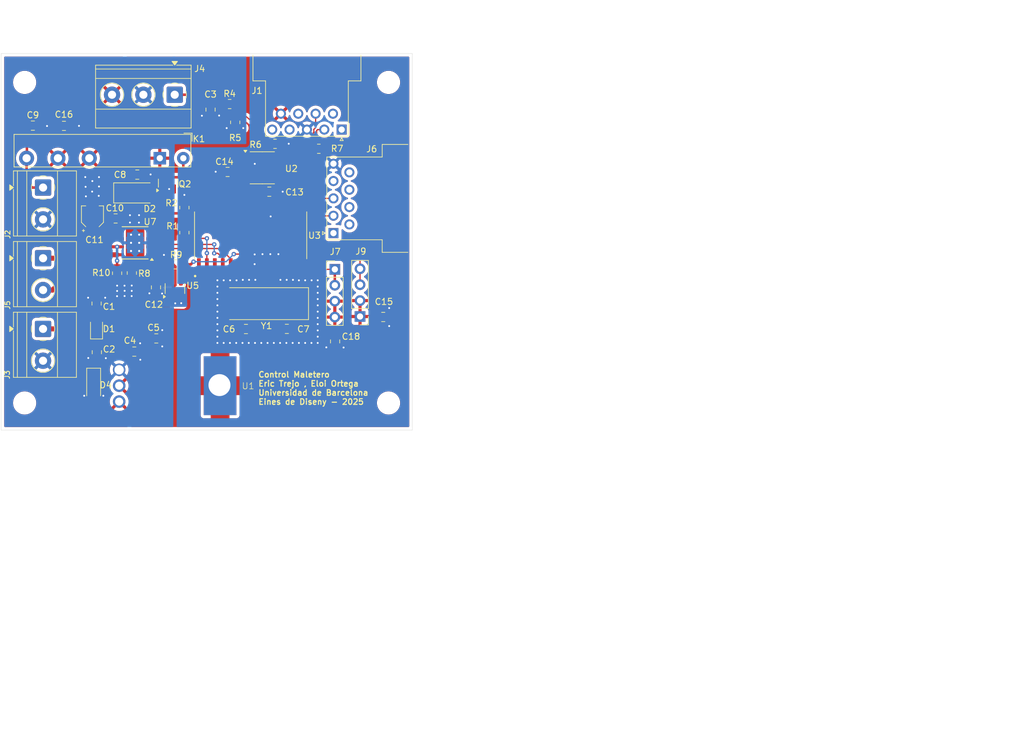
<source format=kicad_pcb>
(kicad_pcb (version 20241229) (generator "pcbnew") (generator_version "9.0")
  (layers (0 "F.Cu" signal) (2 "B.Cu" signal) (13 "F.Paste" user) (15 "B.Paste" user) (5 "F.SilkS" user "F.Silkscreen") (7 "B.SilkS" user "B.Silkscreen") (1 "F.Mask" user) (3 "B.Mask" user) (25 "Edge.Cuts" user))
  (net 0 "")
  (net 1 "GND")
  (net 2 "VBAT")
  (net 3 "Sensor_Pie_12V")
  (net 4 "Osc_1")
  (net 5 "VBATERIA")
  (net 6 "Net-(D2-A)")
  (net 8 "CAN+")
  (net 12 "CAN-")
  (net 14 "VRth")
  (net 16 "RX_USART")
  (net 22 "TX_USART")
  (net 23 "SENAL_RELE")
  (net 24 "Manual_Close")
  (net 25 "Net-(Q2-B)")
  (net 26 "INPUT_RELE")
  (net 27 "Net-(U2-Rs)")
  (net 28 "SENSE")
  (net 30 "CAN_RX")
  (net 31 "CAN_TX")
  (net 32 "Sensor_Pie")
  (net 33 "PH_B")
  (net 34 "PH_A")
  (net 42 "Osc_2")
  (net 43 "GNDPWR")
  (net 44 "VCC")
  (net 45 "Motor-")
  (net 46 "Motor+")
  (net 47 "Vopam")
  (footprint "Capacitor_SMD:C_0805_2012Metric" (layer "F.Cu") (at 118.22 94.67 180)
    (property "Reference" "C16")
    (property "Value" "100n")
  )
  (footprint "Diode_SMD:D_MiniMELF" (layer "F.Cu") (at 122.96 136.01 -90)
    (property "Reference" "D4")
    (property "Value" "BZV55C12")
  )
  (footprint "Resistor_SMD:R_0805_2012Metric" (layer "F.Cu") (at 145.542 94.107 -90)
    (property "Reference" "R5")
    (property "Value" "33k")
  )
  (footprint "Relay_THT:Relay_SPDT_Finder_34.51_Vertical" (layer "F.Cu") (at 133.51 99.83 180)
    (property "Reference" "K1")
    (property "Value" "FINDER-34.51")
  )
  (footprint "Library:LT1117" (layer "F.Cu") (at 151.6254 136.144 -90)
    (property "Reference" "U1")
    (property "Value" "LM1084-5.0")
  )
  (footprint "MountingHole:MountingHole_3.2mm_M3" (layer "F.Cu") (at 170 87.73 90)
    (property "Reference" "REF**" (hide yes))
    (property "Value" "MountingHole_3.2mm_M3")
  )
  (footprint "Capacitor_SMD:C_0805_2012Metric" (layer "F.Cu") (at 129.915 102.45)
    (property "Reference" "C8")
    (property "Value" "100n")
  )
  (footprint "Capacitor_SMD:C_0805_2012Metric" (layer "F.Cu") (at 113.26 94.63)
    (property "Reference" "C9")
    (property "Value" "100n")
  )
  (footprint "Capacitor_SMD:C_0805_2012Metric" (layer "F.Cu") (at 141.605 92.075 -90)
    (property "Reference" "C3")
    (property "Value" "100n")
  )
  (footprint "Diode_SMD:D_MELF" (layer "F.Cu") (at 129.565 105.375)
    (property "Reference" "D2")
    (property "Value" "SM4001")
  )
  (footprint "Resistor_SMD:R_0805_2012Metric" (layer "F.Cu") (at 151.892 97.536 180)
    (property "Reference" "R6")
    (property "Value" "10k")
  )
  (footprint "Diode_SMD:D_0805_2012Metric" (layer "F.Cu") (at 123.415 127 90)
    (property "Reference" "D1")
    (property "Value" "RF601BGE2D")
  )
  (footprint "Capacitor_SMD:C_0805_2012Metric" (layer "F.Cu") (at 153.775 127.075 180)
    (property "Reference" "C7")
    (property "Value" "15pF")
  )
  (footprint "Capacitor_SMD:C_0805_2012Metric" (layer "F.Cu") (at 169.15 125.175 180)
    (property "Reference" "C15")
    (property "Value" "100n")
  )
  (footprint "MountingHole:MountingHole_3.2mm_M3" (layer "F.Cu") (at 170 138.9 90)
    (property "Reference" "REF**" (hide yes))
    (property "Value" "MountingHole_3.2mm_M3")
  )
  (footprint "Capacitor_SMD:C_0805_2012Metric" (layer "F.Cu") (at 123.465 130.8 -90)
    (property "Reference" "C2")
    (property "Value" "1u")
  )
  (footprint "Capacitor_SMD:C_0805_2012Metric" (layer "F.Cu") (at 132.9 120.45 -90)
    (property "Reference" "C12")
    (property "Value" "100n")
  )
  (footprint "Resistor_SMD:R_0805_2012Metric" (layer "F.Cu") (at 129.05 118.1575 -90)
    (property "Reference" "R8")
    (property "Value" "0.1")
  )
  (footprint "Package_TO_SOT_SMD:SOT-23-5" (layer "F.Cu") (at 135.925 120.6375 90)
    (property "Reference" "U5")
    (property "Value" "LM321")
  )
  (footprint "TerminalBlock_Phoenix:TerminalBlock_Phoenix_MKDS-1,5-2-5.08_1x02_P5.08mm_Horizontal" (layer "F.Cu") (at 114.8842 127.0762 -90)
    (property "Reference" "J3")
    (property "Value" "Conn_01x02")
  )
  (footprint "Crystal:Crystal_SMD_HC49-SD" (layer "F.Cu") (at 150.535 123.045 180)
    (property "Reference" "Y1")
    (property "Value" "4MHz")
  )
  (footprint "Resistor_SMD:R_0805_2012Metric" (layer "F.Cu") (at 137.43 111.7125 90)
    (property "Reference" "R1")
    (property "Value" "10k")
  )
  (footprint "Resistor_SMD:R_0805_2012Metric" (layer "F.Cu") (at 144.653 91.186)
    (property "Reference" "R4")
    (property "Value" "47k")
  )
  (footprint "MountingHole:MountingHole_3.2mm_M3" (layer "F.Cu") (at 111.95 138.9)
    (property "Reference" "REF**")
    (property "Value" "MountingHole_3.2mm_M3")
  )
  (footprint "Connector_PinHeader_2.54mm:PinHeader_1x04_P2.54mm_Vertical" (layer "F.Cu") (at 161.43 117.57)
    (property "Reference" "J7")
    (property "Value" "Conn_01x04")
  )
  (footprint "Resistor_SMD:R_0805_2012Metric" (layer "F.Cu") (at 136 116.775)
    (property "Reference" "R9")
    (property "Value" "49k")
  )
  (footprint "Connector_Dsub:DSUB-9_Pins_Horizontal_P2.77x2.54mm_EdgePinOffset9.40mm" (layer "F.Cu") (at 162.52 95.265331 180)
    (property "Reference" "J1")
    (property "Value" "DE9_Pins")
  )
  (footprint "TerminalBlock_Phoenix:TerminalBlock_Phoenix_MKDS-1,5-3_1x03_P5.00mm_Horizontal" (layer "F.Cu") (at 135.89 89.7 180)
    (property "Reference" "J4")
    (property "Value" "Conn_01x03")
  )
  (footprint "Capacitor_SMD:C_0805_2012Metric" (layer "F.Cu") (at 132.95 128.6)
    (property "Reference" "C5")
    (property "Value" "1u")
  )
  (footprint "TerminalBlock_Phoenix:TerminalBlock_Phoenix_MKDS-1,5-2-5.08_1x02_P5.08mm_Horizontal" (layer "F.Cu") (at 114.8895 104.516 -90)
    (property "Reference" "J2")
    (property "Value" "Conn_01x02")
  )
  (footprint "Capacitor_SMD:C_0805_2012Metric" (layer "F.Cu") (at 123.425 123.025 90)
    (property "Reference" "C1")
    (property "Value" "100n")
  )
  (footprint "Package_SO:Texas_HTSOP-8-1EP_3.9x4.9mm_P1.27mm_EP2.95x4.9mm_Mask2.4x3.1mm_ThermalVias" (layer "F.Cu") (at 129.57 113.34 180)
    (property "Reference" "U7")
    (property "Value" "DRV8870DDA")
  )
  (footprint "Capacitor_SMD:C_0805_2012Metric" (layer "F.Cu") (at 126.465 109.45 180)
    (property "Reference" "C10")
    (property "Value" "100n")
  )
  (footprint "Capacitor_SMD:CP_Elec_3x5.3" (layer "F.Cu") (at 122.765 109.2 90)
    (property "Reference" "C11")
    (property "Value" "C_Polarized_US")
  )
  (footprint "TerminalBlock_Phoenix:TerminalBlock_Phoenix_MKDS-1,5-2-5.08_1x02_P5.08mm_Horizontal" (layer "F.Cu") (at 114.8895 115.7936 -90)
    (property "Reference" "J5")
    (property "Value" "Conn_01x02")
  )
  (footprint "Capacitor_SMD:C_0805_2012Metric" (layer "F.Cu") (at 147.255 127.095)
    (property "Reference" "C6")
    (property "Value" "15pF")
  )
  (footprint "Resistor_SMD:R_0805_2012Metric" (layer "F.Cu") (at 126.7 118.1875 90)
    (property "Reference" "R10")
    (property "Value" "1k")
  )
  (footprint "MountingHole:MountingHole_3.2mm_M3" (layer "F.Cu") (at 111.95 87.73 90)
    (property "Reference" "REF**" (hide yes))
    (property "Value" "MountingHole_3.2mm_M3")
  )
  (footprint "Connector_Dsub:DSUB-9_Pins_Horizontal_P2.77x2.54mm_EdgePinOffset9.40mm" (layer "F.Cu") (at 161.21 111.785 90)
    (property "Reference" "J6")
    (property "Value" "DE9_Pins")
  )
  (footprint "Resistor_SMD:R_0805_2012Metric" (layer "F.Cu") (at 137.43 107.7175 90)
    (property "Reference" "R2")
    (property "Value" "10k")
  )
  (footprint "Package_SO:SOIC-8_3.9x4.9mm_P1.27mm" (layer "F.Cu") (at 149.86 101.3602)
    (property "Reference" "U2")
    (property "Value" "MCP2551-I-SN")
  )
  (footprint "Capacitor_SMD:C_0805_2012Metric" (layer "F.Cu") (at 150.975 105.175 180)
    (property "Reference" "C13")
    (property "Value" "100n")
  )
  (footprint "Resistor_SMD:R_0805_2012Metric" (layer "F.Cu") (at 158.875 98.325 180)
    (property "Reference" "R7")
    (property "Value" "60")
  )
  (footprint "Capacitor_SMD:C_0805_2012Metric" (layer "F.Cu") (at 161.475 129.075 90)
    (property "Reference" "C18")
    (property "Value" "100n")
  )
  (footprint "Capacitor_SMD:C_0805_2012Metric" (layer "F.Cu") (at 144.325 102.025)
    (property "Reference" "C14")
    (property "Value" "100n")
  )
  (footprint "Package_TO_SOT_SMD:SOT-23" (layer "F.Cu") (at 134.84 103.8075 90)
    (property "Reference" "Q2")
    (property "Value" "MMBT5550L")
  )
  (footprint "PIC18F258-I_SO (1):SOIC127P1030X265-28N" (layer "F.Cu") (at 148 112.14 90)
    (property "Reference" "U3")
    (property "Value" "PIC18F258-I_SO")
  )
  (footprint "Connector_PinHeader_2.54mm:PinHeader_1x04_P2.54mm_Vertical" (layer "F.Cu") (at 165.45 125.1 180)
    (property "Reference" "J9")
    (property "Value" "Conn_01x04")
  )
  (footprint "Capacitor_SMD:C_0805_2012Metric" (layer "F.Cu") (at 129.44 130.7)
    (property "Reference" "C4")
    (property "Value" "100n")
  )
  (gr_rect (start 108.1934 83.1176) (end 173.802 143.2408) (stroke (width 0.05)) (fill no) (layer "Edge.Cuts"))
  (gr_text "Control Maletero\nEric Trejo , Eloi Ortega\nUniversidad de Barcelona\nEines de Diseny - 2025" (at 149.1488 139.2428 0) (layer "F.SilkS") (effects (font (size 0.9 0.9) (thickness 0.18) (bold yes)) (justify left bottom)))
  (segment (start 137.44 106.795) (end 137.43 106.805) (width 0.4) (layer "F.Cu") (net 1))
  (segment (start 137.43 105.69) (end 137.43 106.805) (width 0.4) (layer "F.Cu") (net 1))
  (segment (start 154.075 97.525) (end 152.8155 97.525) (width 0.4) (layer "F.Cu") (net 1))
  (segment (start 143.34 101.99) (end 143.375 102.025) (width 0.4) (layer "F.Cu") (net 1))
  (segment (start 147.3898 100.73) (end 147.385 100.7252) (width 0.4) (layer "F.Cu") (net 1))
  (segment (start 151.19 107.55) (end 151.175 107.535) (width 0.4) (layer "F.Cu") (net 1))
  (segment (start 148.64 116.74) (end 148.635 116.745) (width 0.4) (layer "F.Cu") (net 1))
  (segment (start 160.075 130.025) (end 161.475 130.025) (width 0.4) (layer "F.Cu") (net 1))
  (segment (start 147.3598 100.7) (end 147.385 100.7252) (width 0.4) (layer "F.Cu") (net 1))
  (segment (start 170.1 123.75) (end 170.1 125.175) (width 0.4) (layer "F.Cu") (net 1))
  (segment (start 143.325 101.975) (end 143.375 102.025) (width 0.4) (layer "F.Cu") (net 1))
  (segment (start 152.31 127.075) (end 152.26 127.025) (width 0.4) (layer "F.Cu") (net 1))
  (segment (start 148.66 100.73) (end 147.3898 100.73) (width 0.4) (layer "F.Cu") (net 1))
  (segment (start 162.825 130.05) (end 161.5 130.05) (width 0.4) (layer "F.Cu") (net 1))
  (segment (start 161.5 130.05) (end 161.475 130.025) (width 0.4) (layer "F.Cu") (net 1))
  (segment (start 153.1086 105.175) (end 151.925 105.175) (width 0.2) (layer "F.Cu") (net 1))
  (segment (start 151.19 109.125) (end 151.19 107.55) (width 0.4) (layer "F.Cu") (net 1))
  (segment (start 170.1 126.625) (end 170.1 125.175) (width 0.4) (layer "F.Cu") (net 1))
  (segment (start 147.35 100.6902) (end 147.385 100.7252) (width 0.2) (layer "F.Cu") (net 1))
  (segment (start 142.42 101.99) (end 143.34 101.99) (width 0.4) (layer "F.Cu") (net 1))
  (segment (start 152.8045 98.1475) (end 152.8045 97.536) (width 0.2) (layer "F.Cu") (net 1))
  (segment (start 152.8155 97.525) (end 152.8045 97.536) (width 0.4) (layer "F.Cu") (net 1))
  (segment (start 152.825 127.075) (end 152.31 127.075) (width 0.4) (layer "F.Cu") (net 1))
  (via (at 153.7 129.32) (size 0.7) (drill 0.3) (layers "F.Cu" "B.Cu") (net 1))
  (via (at 170.1 126.625) (size 0.7) (drill 0.3) (layers "F.Cu" "B.Cu") (net 1))
  (via (at 142.7 129.32) (size 0.7) (drill 0.3) (layers "F.Cu" "B.Cu") (net 1))
  (via (at 158.7 128.32) (size 0.7) (drill 0.3) (layers "F.Cu" "B.Cu") (net 1))
  (via (at 145.75 119.325) (size 0.7) (drill 0.3) (layers "F.Cu" "B.Cu") (net 1))
  (via (at 143.7 129.32) (size 0.7) (drill 0.3) (layers "F.Cu" "B.Cu") (net 1))
  (via (at 144.725 119.325) (size 0.7) (drill 0.3) (layers "F.Cu" "B.Cu") (net 1))
  (via (at 142.7 122.32) (size 0.7) (drill 0.3) (layers "F.Cu" "B.Cu") (net 1))
  (via (at 158.7 120.32) (size 0.7) (drill 0.3) (layers "F.Cu" "B.Cu") (net 1))
  (via (at 158.7 129.32) (size 0.7) (drill 0.3) (layers "F.Cu" "B.Cu") (net 1))
  (via (at 162.825 130.05) (size 0.7) (drill 0.3) (layers "F.Cu" "B.Cu") (net 1))
  (via (at 152.75 119.25) (size 0.7) (drill 0.3) (layers "F.Cu" "B.Cu") (net 1))
  (via (at 148.64 115.19) (size 0.7) (drill 0.3) (layers "F.Cu" "B.Cu") (net 1))
  (via (at 155.7 119.325) (size 0.7) (drill 0.3) (layers "F.Cu" "B.Cu") (net 1))
  (via (at 142.7 125.32) (size 0.7) (drill 0.3) (layers "F.Cu" "B.Cu") (net 1))
  (via (at 145.7 129.32) (size 0.7) (drill 0.3) (layers "F.Cu" "B.Cu") (net 1))
  (via (at 149.7 129.32) (size 0.7) (drill 0.3) (layers "F.Cu" "B.Cu") (net 1))
  (via (at 142.7 120.32) (size 0.7) (drill 0.3) (layers "F.Cu" "B.Cu") (net 1))
  (via (at 154.75 119.25) (size 0.7) (drill 0.3) (layers "F.Cu" "B.Cu") (net 1))
  (via (at 155.7 129.32) (size 0.7) (drill 0.3) (layers "F.Cu" "B.Cu") (net 1))
  (via (at 142.7 126.32) (size 0.7) (drill 0.3) (layers "F.Cu" "B.Cu") (net 1))
  (via (at 154.7 129.32) (size 0.7) (drill 0.3) (layers "F.Cu" "B.Cu") (net 1))
  (via (at 158.7 127.32) (size 0.7) (drill 0.3) (layers "F.Cu" "B.Cu") (net 1))
  (via (at 170.1 123.75) (size 0.7) (drill 0.3) (layers "F.Cu" "B.Cu") (net 1))
  (via (at 151.7 129.32) (size 0.7) (drill 0.3) (layers "F.Cu" "B.Cu") (net 1))
  (via (at 149.89 115.15) (size 0.7) (drill 0.3) (layers "F.Cu" "B.Cu") (net 1))
  (via (at 146.75 119.25) (size 0.7) (drill 0.3) (layers "F.Cu" "B.Cu") (net 1))
  (via (at 142.7 128.32) (size 0.7) (drill 0.3) (layers "F.Cu" "B.Cu") (net 1))
  (via (at 157.725 119.325) (size 0.7) (drill 0.3) (layers "F.Cu" "B.Cu") (net 1))
  (via (at 146.7 129.32) (size 0.7) (drill 0.3) (layers "F.Cu" "B.Cu") (net 1))
  (via (at 158.7 121.32) (size 0.7) (drill 0.3) (layers "F.Cu" "B.Cu") (net 1))
  (via (at 148.75 119.25) (size 0.7) (drill 0.3) (layers "F.Cu" "B.Cu") (net 1))
  (via (at 147.7 129.32) (size 0.7) (drill 0.3) (layers "F.Cu" "B.Cu") (net 1))
  (via (at 158.7 119.32) (size 0.7) (drill 0.3) (layers "F.Cu" "B.Cu") (net 1))
  (via (at 158.7 125.32) (size 0.7) (drill 0.3) (layers "F.Cu" "B.Cu") (net 1))
  (via (at 142.7 127.32) (size 0.7) (drill 0.3) (layers "F.Cu" "B.Cu") (net 1))
  (via (at 152.43 115.15) (size 0.7) (drill 0.3) (layers "F.Cu" "B.Cu") (net 1))
  (via (at 153.1086 105.175) (size 0.7) (drill 0.3) (layers "F.Cu" "B.Cu") (net 1))
  (via (at 156.7 129.32) (size 0.7) (drill 0.3) (layers "F.Cu" "B.Cu") (net 1))
  (via (at 148.635 116.745) (size 0.7) (drill 0.3) (layers "F.Cu" "B.Cu") (net 1))
  (via (at 142.7 124.32) (size 0.7) (drill 0.3) (layers "F.Cu" "B.Cu") (net 1))
  (via (at 157.7 129.32) (size 0.7) (drill 0.3) (layers "F.Cu" "B.Cu") (net 1))
  (via (at 154.075 97.525) (size 0.7) (drill 0.3) (layers "F.Cu" "B.Cu") (net 1))
  (via (at 152.7 129.32) (size 0.7) (drill 0.3) (layers "F.Cu" "B.Cu") (net 1))
  (via (at 158.7 124.32) (size 0.7) (drill 0.3) (layers "F.Cu" "B.Cu") (net 1))
  (via (at 150.7 129.32) (size 0.7) (drill 0.3) (layers "F.Cu" "B.Cu") (net 1))
  (via (at 144.7 129.32) (size 0.7) (drill 0.3) (layers "F.Cu" "B.Cu") (net 1))
  (via (at 142.7 121.32) (size 0.7) (drill 0.3) (layers "F.Cu" "B.Cu") (net 1))
  (via (at 148.7 129.32) (size 0.7) (drill 0.3) (layers "F.Cu" "B.Cu") (net 1))
  (via (at 137.43 105.69) (size 0.7) (drill 0.3) (layers "F.Cu" "B.Cu") (net 1))
  (via (at 158.7 126.32) (size 0.7) (drill 0.3) (layers "F.Cu" "B.Cu") (net 1))
  (via (at 142.7 119.32) (size 0.7) (drill 0.3) (layers "F.Cu" "B.Cu") (net 1))
  (via (at 156.7 119.325) (size 0.7) (drill 0.3) (layers "F.Cu" "B.Cu") (net 1))
  (via (at 143.7 119.325) (size 0.7) (drill 0.3) (layers "F.Cu" "B.Cu") (net 1))
  (via (at 148.66 100.73) (size 0.7) (drill 0.3) (layers "F.Cu" "B.Cu") (net 1))
  (via (at 142.7 123.32) (size 0.7) (drill 0.3) (layers "F.Cu" "B.Cu") (net 1))
  (via (at 160.075 130.025) (size 0.7) (drill 0.3) (layers "F.Cu" "B.Cu") (net 1))
  (via (at 142.42 101.99) (size 0.7) (drill 0.3) (layers "F.Cu" "B.Cu") (net 1))
  (via (at 158.7 122.32) (size 0.7) (drill 0.3) (layers "F.Cu" "B.Cu") (net 1))
  (via (at 153.75 119.25) (size 0.7) (drill 0.3) (layers "F.Cu" "B.Cu") (net 1))
  (via (at 151.14 115.15) (size 0.7) (drill 0.3) (layers "F.Cu" "B.Cu") (net 1))
  (via (at 151.19 109.125) (size 0.7) (drill 0.3) (layers "F.Cu" "B.Cu") (net 1))
  (via (at 158.7 123.32) (size 0.7) (drill 0.3) (layers "F.Cu" "B.Cu") (net 1))
  (via (at 147.75 119.25) (size 0.7) (drill 0.3) (layers "F.Cu" "B.Cu") (net 1))
  (segment (start 123.465 127.9875) (end 123.415 127.9375) (width 0.4) (layer "F.Cu") (net 2))
  (segment (start 126.67 111.46) (end 126.695 111.435) (width 0.4) (layer "F.Cu") (net 2))
  (segment (start 122.95 134.25) (end 122.96 134.26) (width 0.4) (layer "F.Cu") (net 2))
  (segment (start 123.49 129.825) (end 123.465 129.85) (width 0.4) (layer "F.Cu") (net 2))
  (segment (start 126.73 138.66) (end 126.72 138.65) (width 0.8) (layer "F.Cu") (net 2))
  (segment (start 122.36 99.93) (end 122.26 99.83) (width 0.4) (layer "F.Cu") (net 2))
  (segment (start 141.62 91.11) (end 141.605 91.125) (width 0.4) (layer "F.Cu") (net 3))
  (segment (start 139.975 91.125) (end 138.55 89.7) (width 0.4) (layer "F.Cu") (net 3))
  (segment (start 141.666 91.186) (end 143.7405 91.186) (width 0.4) (layer "F.Cu") (net 3))
  (segment (start 138.55 89.7) (end 135.89 89.7) (width 0.4) (layer "F.Cu") (net 3))
  (segment (start 141.605 91.125) (end 139.975 91.125) (width 0.4) (layer "F.Cu") (net 3))
  (segment (start 141.62 90.91) (end 141.62 91.11) (width 0.4) (layer "F.Cu") (net 3))
  (segment (start 141.605 91.125) (end 141.666 91.186) (width 0.4) (layer "F.Cu") (net 3))
  (segment (start 146.285 123.045) (end 149.905 119.425) (width 0.2) (layer "F.Cu") (net 4))
  (segment (start 146.305 127.095) (end 146.305 123.065) (width 0.2) (layer "F.Cu") (net 4))
  (segment (start 146.305 123.065) (end 146.285 123.045) (width 0.2) (layer "F.Cu") (net 4))
  (segment (start 149.905 119.425) (end 149.905 116.745) (width 0.2) (layer "F.Cu") (net 4))
  (segment (start 121.4275 126.0625) (end 123.415 126.0625) (width 0.8) (layer "F.Cu") (net 5))
  (segment (start 114.8842 127.0762) (end 120.4138 127.0762) (width 0.8) (layer "F.Cu") (net 5))
  (segment (start 120.4138 127.0762) (end 121.4275 126.0625) (width 0.8) (layer "F.Cu") (net 5))
  (segment (start 134.84 102.87) (end 136.78 102.87) (width 0.4) (layer "F.Cu") (net 6))
  (segment (start 131.965 103.925) (end 133.02 102.87) (width 0.4) (layer "F.Cu") (net 6))
  (segment (start 131.965 105.375) (end 131.965 103.925) (width 0.4) (layer "F.Cu") (net 6))
  (segment (start 133.02 102.87) (end 134.84 102.87) (width 0.4) (layer "F.Cu") (net 6))
  (segment (start 137.26 102.39) (end 137.26 99.83) (width 0.4) (layer "F.Cu") (net 6))
  (segment (start 136.78 102.87) (end 137.26 102.39) (width 0.4) (layer "F.Cu") (net 6))
  (segment (start 159.599 99.326) (end 157.46484 99.326) (width 0.2) (layer "F.Cu") (net 8))
  (segment (start 157.149 98.4911) (end 156.5329 97.875) (width 0.2) (layer "F.Cu") (net 8))
  (segment (start 159.7875 98.325) (end 159.7875 99.1375) (width 0.2) (layer "F.Cu") (net 8))
  (segment (start 157.46484 99.326) (end 157.149 99.01016) (width 0.2) (layer "F.Cu") (net 8))
  (segment (start 159.3375 97.875) (end 159.7875 98.325) (width 0.2) (layer "F.Cu") (net 8))
  (segment (start 157.149 99.01016) (end 157.149 98.4911) (width 0.2) (layer "F.Cu") (net 8))
  (segment (start 156.168536 97.875) (end 153.318336 100.7252) (width 0.2) (layer "F.Cu") (net 8))
  (segment (start 159.785331 95.23) (end 159.75 95.265331) (width 0.2) (layer "F.Cu") (net 8))
  (segment (start 159.75 95.265331) (end 158.683199 95.265331) (width 0.2) (layer "F.Cu") (net 8))
  (segment (start 158.53098 95.907769) (end 158.412501 96.026248) (width 0.2) (layer "F.Cu") (net 8))
  (segment (start 156.5329 97.875) (end 156.168536 97.875) (width 0.2) (layer "F.Cu") (net 8))
  (segment (start 159.7875 99.1375) (end 159.599 99.326) (width 0.2) (layer "F.Cu") (net 8))
  (segment (start 158.53098 95.41755) (end 158.53098 95.907769) (width 0.2) (layer "F.Cu") (net 8))
  (segment (start 158.412501 96.950001) (end 159.7875 98.325) (width 0.2) (layer "F.Cu") (net 8))
  (segment (start 158.412501 96.026248) (end 158.412501 96.950001) (width 0.2) (layer "F.Cu") (net 8))
  (segment (start 159.714669 95.23) (end 159.75 95.265331) (width 0.2) (layer "F.Cu") (net 8))
  (segment (start 158.683199 95.265331) (end 158.53098 95.41755) (width 0.2) (layer "F.Cu") (net 8))
  (segment (start 153.318336 100.7252) (end 152.335 100.7252) (width 0.2) (layer "F.Cu") (net 8))
  (segment (start 152.335 101.635) (end 152.335 101.9952) (width 0.2) (layer "F.Cu") (net 12))
  (segment (start 151.059 101.066168) (end 151.319032 101.3262) (width 0.2) (layer "F.Cu") (net 12))
  (segment (start 157.55 98.325) (end 157.35 98.125) (width 0.2) (layer "F.Cu") (net 12))
  (segment (start 158.365 94.947132) (end 158.081 95.231132) (width 0.2) (layer "F.Cu") (net 12))
  (segment (start 158.365 92.725331) (end 158.365 94.947132) (width 0.2) (layer "F.Cu") (net 12))
  (segment (start 157.35 98.125) (end 157.35 97.7) (width 0.2) (layer "F.Cu") (net 12))
  (segment (start 155.982148 97.42502) (end 153.282968 100.1242) (width 0.2) (layer "F.Cu") (net 12))
  (segment (start 158.081 95.231132) (end 158.081 95.721381) (width 0.2) (layer "F.Cu") (net 12))
  (segment (start 151.059 100.384232) (end 151.059 101.066168) (width 0.2) (layer "F.Cu") (net 12))
  (segment (start 157.9625 97.9875) (end 157.9625 98.325) (width 0.2) (layer "F.Cu") (net 12))
  (segment (start 151.319032 100.1242) (end 151.059 100.384232) (width 0.2) (layer "F.Cu") (net 12))
  (segment (start 157.07502 97.42502) (end 155.982148 97.42502) (width 0.2) (layer "F.Cu") (net 12))
  (segment (start 151.319032 101.3262) (end 152.0262 101.3262) (width 0.2) (layer "F.Cu") (net 12))
  (segment (start 158.081 95.721381) (end 157.9625 95.839881) (width 0.2) (layer "F.Cu") (net 12))
  (segment (start 157.9625 95.839881) (end 157.9625 98.325) (width 0.2) (layer "F.Cu") (net 12))
  (segment (start 157.35 97.7) (end 157.07502 97.42502) (width 0.2) (layer "F.Cu") (net 12))
  (segment (start 157.9375 98.35) (end 157.9625 98.325) (width 0.2) (layer "F.Cu") (net 12))
  (segment (start 153.282968 100.1242) (end 151.319032 100.1242) (width 0.2) (layer "F.Cu") (net 12))
  (segment (start 152.0262 101.3262) (end 152.335 101.635) (width 0.2) (layer "F.Cu") (net 12))
  (segment (start 157.9625 98.325) (end 157.55 98.325) (width 0.2) (layer "F.Cu") (net 12))
  (segment (start 114.8895 104.516) (end 113.156 104.516) (width 0.4) (layer "F.Cu") (net 14))
  (segment (start 112.31 94.63) (end 112.31 99.78) (width 0.4) (layer "F.Cu") (net 14))
  (segment (start 112.31 99.78) (end 112.26 99.83) (width 0.4) (layer "F.Cu") (net 14))
  (segment (start 113.156 104.516) (end 112.26 103.62) (width 0.4) (layer "F.Cu") (net 14))
  (segment (start 112.26 103.62) (end 112.26 99.83) (width 0.4) (layer "F.Cu") (net 14))
  (segment (start 152.445 108.555) (end 152.445 107.535) (width 0.2) (layer "F.Cu") (net 16))
  (segment (start 161.185 109.04) (end 152.93 109.04) (width 0.2) (layer "F.Cu") (net 16))
  (segment (start 152.93 109.04) (end 152.445 108.555) (width 0.2) (layer "F.Cu") (net 16))
  (segment (start 161.21 109.015) (end 161.185 109.04) (width 0.2) (layer "F.Cu") (net 16))
  (segment (start 153.715 106.525) (end 153.995 106.245) (width 0.2) (layer "F.Cu") (net 22))
  (segment (start 153.995 106.245) (end 161.21 106.245) (width 0.2) (layer "F.Cu") (net 22))
  (segment (start 153.715 107.535) (end 153.715 106.525) (width 0.2) (layer "F.Cu") (net 22))
  (segment (start 160.799669 106.3) (end 160.783669 106.284) (width 0.2) (layer "F.Cu") (net 22))
  (segment (start 165.45 117.48) (end 165.45 120.02) (width 0.2) (layer "F.Cu") (net 23))
  (segment (start 153.715 116.745) (end 153.715 115.795001) (width 0.2) (layer "F.Cu") (net 23))
  (segment (start 164.754 115.494) (end 165.45 116.19) (width 0.2) (layer "F.Cu") (net 23))
  (segment (start 165.45 116.19) (end 165.45 117.48) (width 0.2) (layer "F.Cu") (net 23))
  (segment (start 154.016001 115.494) (end 164.754 115.494) (width 0.2) (layer "F.Cu") (net 23))
  (segment (start 153.715 115.795001) (end 154.016001 115.494) (width 0.2) (layer "F.Cu") (net 23))
  (segment (start 159.005 116.745) (end 156.255 116.745) (width 0.2) (layer "F.Cu") (net 24))
  (segment (start 161.43 117.57) (end 159.83 117.57) (width 0.2) (layer "F.Cu") (net 24))
  (segment (start 161.43 120.11) (end 161.43 117.57) (width 0.4) (layer "F.Cu") (net 24))
  (segment (start 159.83 117.57) (end 159.005 116.745) (width 0.2) (layer "F.Cu") (net 24))
  (segment (start 133.88 107.7) (end 133.89 107.69) (width 0.4) (layer "F.Cu") (net 25))
  (segment (start 134.81 108.63) (end 133.88 107.7) (width 0.4) (layer "F.Cu") (net 25))
  (segment (start 133.89 107.69) (end 133.89 104.745) (width 0.4) (layer "F.Cu") (net 25))
  (segment (start 137.43 110.8) (end 137.43 108.63) (width 0.4) (layer "F.Cu") (net 25))
  (segment (start 137.43 108.63) (end 134.81 108.63) (width 0.4) (layer "F.Cu") (net 25))
  (segment (start 141.0208 115.2144) (end 141.015 115.2202) (width 0.2) (layer "F.Cu") (net 26))
  (segment (start 140.414 112.6236) (end 140.4126 112.625) (width 0.2) (layer "F.Cu") (net 26))
  (segment (start 141.015 115.2202) (end 141.015 116.745) (width 0.2) (layer "F.Cu") (net 26))
  (segment (start 141.0208 114.9858) (end 141.0208 115.2144) (width 0.2) (layer "F.Cu") (net 26))
  (segment (start 141.0208 112.6236) (end 140.414 112.6236) (width 0.2) (layer "F.Cu") (net 26))
  (segment (start 140.4126 112.625) (end 137.43 112.625) (width 0.2) (layer "F.Cu") (net 26))
  (via (at 141.0208 114.9858) (size 0.7) (drill 0.3) (layers "F.Cu" "B.Cu") (net 26))
  (via (at 141.0208 112.6236) (size 0.7) (drill 0.3) (layers "F.Cu" "B.Cu") (net 26))
  (segment (start 141.0208 112.6236) (end 141.0208 114.9858) (width 0.2) (layer "B.Cu") (net 26))
  (segment (start 150.9795 97.536) (end 150.9795 99.1635) (width 0.2) (layer "F.Cu") (net 27))
  (segment (start 151.2712 99.4552) (end 152.335 99.4552) (width 0.2) (layer "F.Cu") (net 27))
  (segment (start 150.9795 99.1635) (end 151.2712 99.4552) (width 0.2) (layer "F.Cu") (net 27))
  (segment (start 126.7 117.275) (end 129.02 117.275) (width 0.4) (layer "F.Cu") (net 28))
  (segment (start 134.975 121.112501) (end 135.999 120.088501) (width 0.4) (layer "F.Cu") (net 28))
  (segment (start 126.695222 117.270222) (end 126.7 117.275) (width 0.4) (layer "F.Cu") (net 28))
  (segment (start 132.78 117.245) (end 133.25 116.775) (width 0.4) (layer "F.Cu") (net 28))
  (segment (start 134.975 121.775) (end 134.975 121.112501) (width 0.4) (layer "F.Cu") (net 28))
  (segment (start 129.02 117.275) (end 129.05 117.245) (width 0.4) (layer "F.Cu") (net 28))
  (segment (start 129.05 117.245) (end 132.78 117.245) (width 0.4) (layer "F.Cu") (net 28))
  (segment (start 135.999 117.124) (end 135.65 116.775) (width 0.4) (layer "F.Cu") (net 28))
  (segment (start 135.65 116.775) (end 135.0875 116.775) (width 0.4) (layer "F.Cu") (net 28))
  (segment (start 133.25 116.775) (end 135.0875 116.775) (width 0.4) (layer "F.Cu") (net 28))
  (segment (start 135.999 120.088501) (end 135.999 117.124) (width 0.4) (layer "F.Cu") (net 28))
  (segment (start 126.695222 116.195) (end 126.695222 117.270222) (width 0.4) (layer "F.Cu") (net 28))
  (via (at 126.695 113.975) (size 0.7) (drill 0.3) (layers "F.Cu" "B.Cu") (net 28))
  (via (at 126.695222 116.195) (size 0.7) (drill 0.3) (layers "F.Cu" "B.Cu") (net 28))
  (segment (start 126.69521 116.194988) (end 126.695222 116.195) (width 0.4) (layer "B.Cu") (net 28))
  (segment (start 126.695 113.975) (end 126.68 113.99) (width 0.4) (layer "B.Cu") (net 28))
  (segment (start 126.695 113.975) (end 126.695 116.14479) (width 0.4) (layer "B.Cu") (net 28))
  (segment (start 126.695 116.14479) (end 126.69521 116.145) (width 0.4) (layer "B.Cu") (net 28))
  (segment (start 126.69521 116.145) (end 126.69521 116.194988) (width 0.4) (layer "B.Cu") (net 28))
  (segment (start 147.385 104.4306) (end 144.825 106.9906) (width 0.2) (layer "F.Cu") (net 30))
  (segment (start 144.825 106.9906) (end 144.825 107.535) (width 0.2) (layer "F.Cu") (net 30))
  (segment (start 147.385 103.2652) (end 147.385 104.4306) (width 0.2) (layer "F.Cu") (net 30))
  (segment (start 147.385 99.4552) (end 148.8252 99.4552) (width 0.2) (layer "F.Cu") (net 31))
  (segment (start 145.91 107.35) (end 146.095 107.535) (width 0.2) (layer "F.Cu") (net 31))
  (segment (start 148.8252 99.4552) (end 149.31 99.94) (width 0.2) (layer "F.Cu") (net 31))
  (segment (start 149.31 103.37) (end 146.095 106.585001) (width 0.2) (layer "F.Cu") (net 31))
  (segment (start 146.095 106.585001) (end 146.095 107.535) (width 0.2) (layer "F.Cu") (net 31))
  (segment (start 149.31 99.94) (end 149.31 103.37) (width 0.2) (layer "F.Cu") (net 31))
  (segment (start 149.479 95.0468) (end 147.2946 93.1926) (width 0.2) (layer "F.Cu") (net 32))
  (segment (start 145.65 92.9925) (end 145.5655 92.908) (width 0.4) (layer "F.Cu") (net 32))
  (segment (start 145.542 93.1945) (end 145.65 93.0865) (width 0.4) (layer "F.Cu") (net 32))
  (segment (start 148.635 104.6792) (end 149.89 103.4242) (width 0.2) (layer "F.Cu") (net 32))
  (segment (start 149.89 95.4578) (end 149.479 95.0468) (width 0.2) (layer "F.Cu") (net 32))
  (segment (start 147.2946 93.1926) (end 145.542 93.1945) (width 0.2) (layer "F.Cu") (net 32))
  (segment (start 145.5655 92.908) (end 145.5655 91.186) (width 0.4) (layer "F.Cu") (net 32))
  (segment (start 145.65 93.0865) (end 145.65 92.9925) (width 0.4) (layer "F.Cu") (net 32))
  (segment (start 149.89 103.4242) (end 149.89 95.4578) (width 0.2) (layer "F.Cu") (net 32))
  (segment (start 148.635 107.535) (end 148.635 104.6792) (width 0.2) (layer "F.Cu") (net 32))
  (segment (start 144.825 115.904257) (end 143.169943 114.2492) (width 0.2) (layer "F.Cu") (net 33))
  (segment (start 135.2142 114.2492) (end 134.94 113.975) (width 0.2) (layer "F.Cu") (net 33))
  (segment (start 134.94 113.975) (end 132.445 113.975) (width 0.2) (layer "F.Cu") (net 33))
  (segment (start 144.825 116.745) (end 144.825 115.904257) (width 0.2) (layer "F.Cu") (net 33))
  (segment (start 143.169943 114.2492) (end 135.2142 114.2492) (width 0.2) (layer "F.Cu") (net 33))
  (segment (start 142.771199 115.0112) (end 142.1892 115.0112) (width 0.2) (layer "F.Cu") (net 34))
  (segment (start 134.67 112.705) (end 132.445 112.705) (width 0.2) (layer "F.Cu") (net 34))
  (segment (start 143.555 116.745) (end 143.555 115.795001) (width 0.2) (layer "F.Cu") (net 34))
  (segment (start 142.1892 113.5888) (end 135.5538 113.5888) (width 0.2) (layer "F.Cu") (net 34))
  (segment (start 143.555 115.795001) (end 142.771199 115.0112) (width 0.2) (layer "F.Cu") (net 34))
  (segment (start 135.5538 113.5888) (end 134.67 112.705) (width 0.2) (layer "F.Cu") (net 34))
  (via (at 142.1892 115.0112) (size 0.7) (drill 0.3) (layers "F.Cu" "B.Cu") (net 34))
  (via (at 142.1892 113.5888) (size 0.7) (drill 0.3) (layers "F.Cu" "B.Cu") (net 34))
  (segment (start 142.1892 113.5888) (end 142.1892 115.0112) (width 0.2) (layer "B.Cu") (net 34))
  (segment (start 151.175 119.435) (end 151.175 116.745) (width 0.2) (layer "F.Cu") (net 42))
  (segment (start 154.725 127.075) (end 154.725 123.105) (width 0.2) (layer "F.Cu") (net 42))
  (segment (start 154.725 123.105) (end 154.785 123.045) (width 0.2) (layer "F.Cu") (net 42))
  (segment (start 154.785 123.045) (end 151.175 119.435) (width 0.2) (layer "F.Cu") (net 42))
  (segment (start 119.17 94.67) (end 120.62 94.67) (width 0.4) (layer "F.Cu") (net 43))
  (segment (start 130.4 132) (end 130.4 130.71) (width 0.4) (layer "F.Cu") (net 43))
  (segment (start 123.44 131.725) (end 123.465 131.75) (width 0.4) (layer "F.Cu") (net 43))
  (segment (start 135.975 123) (end 135.975 121.825) (width 0.4) (layer "F.Cu") (net 43))
  (segment (start 132.47 115.27) (end 132.445 115.245) (width 0.4) (layer "F.Cu") (net 43))
  (segment (start 122.97 137.75) (end 122.96 137.76) (width 0.4) (layer "F.Cu") (net 43))
  (segment (start 140.225 93.05) (end 141.58 93.05) (width 0.4) (layer "F.Cu") (net 43))
  (segment (start 131.85 121.4) (end 132.9 121.4) (width 0.4) (layer "F.Cu") (net 43))
  (segment (start 129.07 119.05) (end 129.05 119.07) (width 0.4) (layer "F.Cu") (net 43))
  (segment (start 122.075 122.1) (end 123.4 122.1) (width 0.4) (layer "F.Cu") (net 43))
  (segment (start 123.45 122.1) (end 123.425 122.075) (width 0.4) (layer "F.Cu") (net 43))
  (segment (start 141.58 93.05) (end 141.605 93.025) (width 0.4) (layer "F.Cu") (net 43))
  (segment (start 133.9 127.275) (end 133.9 128.6) (width 0.4) (layer "F.Cu") (net 43))
  (segment (start 136.875 121.775) (end 136.875 122.925) (width 0.4) (layer "F.Cu") (net 43))
  (segment (start 122.72 107.655) (end 122.765 107.7) (width 0.4) (layer "F.Cu") (net 43))
  (segment (start 136.875 122.925) (end 136.925 122.975) (width 0.4) (layer "F.Cu") (net 43))
  (segment (start 132.9375 121.4375) (end 132.9 121.4) (width 0.4) (layer "F.Cu") (net 43))
  (segment (start 130.4 130.71) (end 130.39 130.7) (width 0.4) (layer "F.Cu") (net 43))
  (segment (start 135 104.75) (end 135.785 104.75) (width 0.4) (layer "F.Cu") (net 43))
  (segment (start 134.17 115.27) (end 132.47 115.27) (width 0.4) (layer "F.Cu") (net 43))
  (segment (start 130.375 130.685) (end 130.39 130.7) (width 0.4) (layer "F.Cu") (net 43))
  (segment (start 114.21 94.63) (end 115.46 94.63) (width 0.4) (layer "F.Cu") (net 43))
  (segment (start 129.035 119.055) (end 129.05 119.07) (width 0.4) (layer "F.Cu") (net 43))
  (segment (start 142.975 93.025) (end 141.605 93.025) (width 0.4) (layer "F.Cu") (net 43))
  (segment (start 129.045 119.075) (end 129.05 119.07) (width 0.4) (layer "F.Cu") (net 43))
  (segment (start 145.5365 95.025) (end 145.542 95.0195) (width 0.4) (layer "F.Cu") (net 43))
  (segment (start 122.95 137.75) (end 122.96 137.76) (width 0.4) (layer "F.Cu") (net 43))
  (segment (start 135.785 104.75) (end 135.79 104.745) (width 0.4) (layer "F.Cu") (net 43))
  (segment (start 145.5475 95.025) (end 145.542 95.0195) (width 0.4) (layer "F.Cu") (net 43))
  (segment (start 130.89 102.425) (end 130.865 102.45) (width 0.4) (layer "F.Cu") (net 43))
  (segment (start 123.4 122.1) (end 123.425 122.075) (width 0.4) (layer "F.Cu") (net 43))
  (segment (start 144.175 95.025) (end 145.5365 95.025) (width 0.4) (layer "F.Cu") (net 43))
  (segment (start 124.5 137.75) (end 122.97 137.75) (width 0.4) (layer "F.Cu") (net 43))
  (segment (start 124.9 131.75) (end 123.465 131.75) (width 0.4) (layer "F.Cu") (net 43))
  (segment (start 133.875 121.4375) (end 132.9375 121.4375) (width 0.4) (layer "F.Cu") (net 43))
  (segment (start 135.975 121.825) (end 135.925 121.775) (width 0.4) (layer "F.Cu") (net 43))
  (segment (start 132.04 102.425) (end 130.89 102.425) (width 0.4) (layer "F.Cu") (net 43))
  (segment (start 133.9 129.875) (end 133.9 128.6) (width 0.4) (layer "F.Cu") (net 43))
  (segment (start 121.45 137.75) (end 122.95 137.75) (width 0.4) (layer "F.Cu") (net 43))
  (segment (start 146.825 95.025) (end 145.5475 95.025) (width 0.4) (layer "F.Cu") (net 43))
  (segment (start 115.46 94.63) (end 115.52 94.69) (width 0.4) (layer "F.Cu") (net 43))
  (segment (start 122.1 131.725) (end 123.44 131.725) (width 0.4) (layer "F.Cu") (net 43))
  (segment (start 130.375 129.375) (end 130.375 130.685) (width 0.4) (layer "F.Cu") (net 43))
  (segment (start 124.8 122.1) (end 123.45 122.1) (width 0.4) (layer "F.Cu") (net 43))
  (via (at 129.03 120.16) (size 0.7) (drill 0.3) (layers "F.Cu" "B.Cu") (net 43))
  (via (at 121.67 104.4) (size 0.7) (drill 0.3) (layers "F.Cu" "B.Cu") (net 43))
  (via (at 121.62 102.84) (size 0.7) (drill 0.3) (layers "F.Cu" "B.Cu") (net 43))
  (via (at 135.975 123) (size 0.7) (drill 0.3) (layers "F.Cu" "B.Cu") (net 43))
  (via (at 133.875 121.4375) (size 0.7) (drill 0.3) (layers "F.Cu" "B.Cu") (net 43))
  (via (at 121.45 137.75) (size 0.7) (drill 0.3) (layers "F.Cu" "B.Cu") (net 43))
  (via (at 123.77 105.84) (size 0.7) (drill 0.3) (layers "F.Cu" "B.Cu") (net 43))
  (via (at 121.72 105.92) (size 0.7) (drill 0.3) (layers "F.Cu" "B.Cu") (net 43))
  (via (at 123.81 104.35) (size 0.7) (drill 0.3) (layers "F.Cu" "B.Cu") (net 43))
  (via (at 132.04 102.425) (size 0.7) (drill 0.3) (layers "F.Cu" "B.Cu") (net 43))
  (via (at 134.17 115.27) (size 0.7) (drill 0.3) (layers "F.Cu" "B.Cu") (net 43))
  (via (at 127.9 121) (size 0.7) (drill 0.3) (layers "F.Cu" "B.Cu") (net 43))
  (via (at 122.75 103.48) (size 0.7) (drill 0.3) (layers "F.Cu" "B.Cu") (net 43))
  (via (at 124.5 137.75) (size 0.7) (drill 0.3) (layers "F.Cu" "B.Cu") (net 43))
  (via (at 129.02 121.84) (size 0.7) (drill 0.3) (layers "F.Cu" "B.Cu") (net 43))
  (via (at 124.8 122.1) (size 0.7) (drill 0.3) (layers "F.Cu" "B.Cu") (net 43))
  (via (at 135 104.75) (size 0.7) (drill 0.3) (layers "F.Cu" "B.Cu") (net 43))
  (via (at 131.85 121.4) (size 0.7) (drill 0.3) (layers "F.Cu" "B.Cu") (net 43))
  (via (at 122.72 105.16) (size 0.7) (drill 0.3) (layers "F.Cu" "B.Cu") (net 43))
  (via (at 124.9 131.75) (size 0.7) (drill 0.3) (layers "F.Cu" "B.Cu") (net 43))
  (via (at 140.225 93.05) (size 0.7) (drill 0.3) (layers "F.Cu" "B.Cu") (net 43))
  (via (at 133.9 129.875) (size 0.7) (drill 0.3) (layers "F.Cu" "B.Cu") (net 43))
  (via (at 128.75 108.93) (size 0.7) (drill 0.3) (layers "F.Cu" "B.Cu") (net 43))
  (via (at 127.89 121.83) (size 0.7) (drill 0.3) (layers "F.Cu" "B.Cu") (net 43))
  (via (at 122.075 122.1) (size 0.7) (drill 0.3) (layers "F.Cu" "B.Cu") (net 43))
  (via (at 120.62 94.67) (size 0.7) (drill 0.3) (layers "F.Cu" "B.Cu") (net 43))
  (via (at 130.18 110.11) (size 0.7) (drill 0.3) (layers "F.Cu" "B.Cu") (net 43))
  (via (at 128.75 110.1) (size 0.7) (drill 0.3) (layers "F.Cu" "B.Cu") (net 43))
  (via (at 115.52 94.69) (size 0.7) (drill 0.3) (layers "F.Cu" "B.Cu") (net 43))
  (via (at 130.375 129.375) (size 0.7) (drill 0.3) (layers "F.Cu" "B.Cu") (net 43))
  (via (at 126.7 121.025) (size 0.7) (drill 0.3) (layers "F.Cu" "B.Cu") (net 43))
  (via (at 146.825 95.025) (size 0.7) (drill 0.3) (layers "F.Cu" "B.Cu") (net 43))
  (via (at 126.7 120.175) (size 0.7) (drill 0.3) (layers "F.Cu" "B.Cu") (net 43))
  (via (at 144.175 95.025) (size 0.7) (drill 0.3) (layers "F.Cu" "B.Cu") (net 43))
  (via (at 129.03 121.01) (size 0.7) (drill 0.3) (layers "F.Cu" "B.Cu") (net 43))
  (via (at 123.81 102.85) (size 0.7) (drill 0.3) (layers "F.Cu" "B.Cu") (net 43))
  (via (at 130.4 132) (size 0.7) (drill 0.3) (layers "F.Cu" "B.Cu") (net 43))
  (via (at 142.975 93.025) (size 0.7) (drill 0.3) (layers "F.Cu" "B.Cu") (net 43))
  (via (at 133.9 127.275) (size 0.7) (drill 0.3) (layers "F.Cu" "B.Cu") (net 43))
  (via (at 136.925 122.975) (size 0.7) (drill 0.3) (layers "F.Cu" "B.Cu") (net 43))
  (via (at 130.2 108.92) (size 0.7) (drill 0.3) (layers "F.Cu" "B.Cu") (net 43))
  (via (at 126.69 121.855) (size 0.7) (drill 0.3) (layers "F.Cu" "B.Cu") (net 43))
  (via (at 127.88 120.18) (size 0.7) (drill 0.3) (layers "F.Cu" "B.Cu") (net 43))
  (via (at 122.1 131.725) (size 0.7) (drill 0.3) (layers "F.Cu" "B.Cu") (net 43))
  (segment (start 149.905 105.295) (end 150.025 105.175) (width 0.4) (layer "F.Cu") (net 44))
  (segment (start 147.3552 102.025) (end 147.385 101.9952) (width 0.4) (layer "F.Cu") (net 44))
  (segment (start 126.76 136.15) (end 126.72 136.11) (width 0.8) (layer "F.Cu") (net 44))
  (segment (start 131.815 128.6096) (end 131.8134 128.608) (width 0.4) (layer "F.Cu") (net 44))
  (segment (start 149.905 107.535) (end 149.905 105.295) (width 0.4) (layer "F.Cu") (net 44))
  (segment (start 134.9275 119.5475) (end 134.975 119.5) (width 0.4) (layer "F.Cu") (net 44))
  (segment (start 145.275 102.025) (end 147.3552 102.025) (width 0.4) (layer "F.Cu") (net 44))
  (segment (start 126.78 136.15) (end 126.73 136.1) (width 0.8) (layer "F.Cu") (net 44))
  (segment (start 126.75 136.14) (end 126.72 136.11) (width 0.4) (layer "F.Cu") (net 44))
  (segment (start 124.56 115.245) (end 124.54 115.225) (width 0.8) (layer "F.Cu") (net 45))
  (segment (start 124.54 115.225) (end 121.715 118.05) (width 0.8) (layer "F.Cu") (net 45))
  (segment (start 116.4032 120.8736) (end 116.4082 120.8786) (width 0.2) (layer "F.Cu") (net 45))
  (segment (start 114.8895 120.8736) (end 116.4032 120.8736) (width 0.8) (layer "F.Cu") (net 45))
  (segment (start 119.2368 118.05) (end 121.715 118.05) (width 0.8) (layer "F.Cu") (net 45))
  (segment (start 126.695 115.245) (end 124.56 115.245) (width 0.8) (layer "F.Cu") (net 45))
  (segment (start 116.4082 120.8786) (end 119.2368 118.05) (width 0.8) (layer "F.Cu") (net 45))
  (segment (start 123.935 112.705) (end 126.695 112.705) (width 0.8) (layer "F.Cu") (net 46))
  (segment (start 120.8464 115.7936) (end 123.935 112.705) (width 0.8) (layer "F.Cu") (net 46))
  (segment (start 114.8895 115.7936) (end 120.8464 115.7936) (width 0.8) (layer "F.Cu") (net 46))
  (segment (start 136.875 117.1125) (end 136.885 117.1025) (width 0.4) (layer "F.Cu") (net 47))
  (segment (start 138.465 116.775) (end 138.89 116.35) (width 0.4) (layer "F.Cu") (net 47))
  (segment (start 136.875 119.5) (end 136.875 116.8125) (width 0.4) (layer "F.Cu") (net 47))
  (segment (start 136.875 116.8125) (end 136.9125 116.775) (width 0.4) (layer "F.Cu") (net 47))
  (segment (start 146.708199 115.1382) (end 147.365 115.795001) (width 0.2) (layer "F.Cu") (net 47))
  (segment (start 145.3134 115.1382) (end 146.708199 115.1382) (width 0.2) (layer "F.Cu") (net 47))
  (segment (start 136.9125 116.775) (end 138.465 116.775) (width 0.4) (layer "F.Cu") (net 47))
  (segment (start 147.365 115.795001) (end 147.365 116.745) (width 0.2) (layer "F.Cu") (net 47))
  (via (at 138.89 116.35) (size 0.7) (drill 0.3) (layers "F.Cu" "B.Cu") (net 47))
  (via (at 145.3134 115.1382) (size 0.7) (drill 0.3) (layers "F.Cu" "B.Cu") (net 47))
  (segment (start 145.308295 115.1382) (end 144.096495 116.35) (width 0.2) (layer "B.Cu") (net 47))
  (segment (start 144.096495 116.35) (end 138.89 116.35) (width 0.2) (layer "B.Cu") (net 47))
  (segment (start 145.3134 115.1382) (end 145.308295 115.1382) (width 0.2) (layer "B.Cu") (net 47))
  (zone (net 43) (net_name "GNDPWR") (layer "F.Cu") (priority 9) (connect_pads (clearance 0.5)) (min_thickness 0.25) (fill yes (thermal_gap 0.5) (thermal_bridge_width 0.5))
    (polygon (pts (xy 137.375 120.95) (xy 137.35 123.375) (xy 135.475 123.325) (xy 135.5 120.95)))
  )
  (zone (net 43) (net_name "GNDPWR") (layer "F.Cu") (priority 7) (connect_pads (clearance 0.5)) (min_thickness 0.25) (fill yes (thermal_gap 0.5) (thermal_bridge_width 0.5))
    (polygon (pts (xy 129.878867 122.34) (xy 126.069502 122.34) (xy 126.126452 118.325) (xy 129.992767 118.325)))
  )
  (zone (net 43) (net_name "GNDPWR") (layer "F.Cu") (priority 5) (connect_pads (clearance 0.5)) (min_thickness 0.25) (fill yes (thermal_gap 0.5) (thermal_bridge_width 0.5))
    (polygon (pts (xy 121.19 102.36) (xy 124.16 102.38) (xy 124.24585 109.145) (xy 121.207134 109.145)))
  )
  (zone (net 1) (net_name "GND") (layer "F.Cu") (priority 4) (connect_pads (clearance 0.5)) (min_thickness 0.25) (fill yes (thermal_gap 0.5) (thermal_bridge_width 0.5))
    (polygon (pts (xy 143.01 129.93) (xy 159.27304 129.950744) (xy 159.292686 118.51704) (xy 153.32 118.526946) (xy 153.32 114.666615) (xy 147.878384 114.704938) (xy 147.902562 118.525) (xy 142.157567 118.525) (xy 142.18 129.95) (xy 142.85 129.93) (xy 142.97 129.97)))
  )
  (zone (net 43) (net_name "GNDPWR") (layer "F.Cu") (priority 6) (connect_pads (clearance 0.5)) (min_thickness 0.25) (fill yes (thermal_gap 0.5) (thermal_bridge_width 0.5))
    (polygon (pts (xy 126.657721 107.75) (xy 130.546897 107.75) (xy 130.52 110.48) (xy 126.671139 110.460561)))
  )
  (zone (net 44) (net_name "VCC") (layer "F.Cu") (priority 3) (connect_pads (clearance 0.5)) (min_thickness 0.25) (fill yes (thermal_gap 0.5) (thermal_bridge_width 0.5))
    (polygon (pts (xy 126.056456 137.377503) (xy 127.762724 137.540369) (xy 128.3462 138.5316) (xy 128.930047 138.570421) (xy 128.905 143.129) (xy 173.659589 143.170243) (xy 173.680329 83.238658) (xy 128.177742 83.223657) (xy 128.22 101.025) (xy 128.22 101.31) (xy 126.19 101.33) (xy 126.465 108.04) (xy 131.12 107.9) (xy 131.17 116.35) (xy 128.39 116.38) (xy 128.27 126.175) (xy 128.27 126.39) (xy 127.635 126.365) (xy 127.635 131.318) (xy 128.016 134.8486) (xy 126.051892 134.916446)))
  )
  (zone (net 2) (net_name "VBAT") (layer "F.Cu") (priority 1) (connect_pads (clearance 0.5)) (min_thickness 0.25) (fill yes (thermal_gap 0.5) (thermal_bridge_width 0.5))
    (polygon (pts (xy 120.637492 143.127508) (xy 108.387707 143.173216) (xy 108.465 104.48) (xy 108.49265 104.479376) (xy 108.515 101.6) (xy 108.397852 101.594793) (xy 108.54 95.6) (xy 108.51 83.12) (xy 119.34 83.29) (xy 128.177742 83.223657) (xy 127.99 101.025) (xy 125.991673 101.106564) (xy 126.116918 110.525) (xy 128.115 110.525) (xy 127.99 126.175) (xy 126.94 126.175) (xy 126.89 131.9) (xy 125.683836 131.9) (xy 125.709501 137.520628) (xy 127.762724 137.540369) (xy 128.93042 143.129097) (xy 120.667352 143.097648)))
  )
  (zone (net 1) (net_name "GND") (layer "B.Cu") (connect_pads (clearance 0.5)) (min_thickness 0.25) (fill yes (thermal_gap 0.5) (thermal_bridge_width 0.5))
    (polygon (pts (xy 136.194648 143.18) (xy 136.464318 83.22) (xy 173.680332 83.229999) (xy 173.659588 143.18)))
  )
  (zone (net 43) (net_name "GNDPWR") (layer "B.Cu") (priority 8) (connect_pads (clearance 0.5)) (min_thickness 0.25) (fill yes (thermal_gap 0.5) (thermal_bridge_width 0.5))
    (polygon (pts (xy 134.075 120.4) (xy 137.85 120.4) (xy 137.877888 123.551306) (xy 134.102863 123.576306)))
  )
  (zone (net 43) (net_name "GNDPWR") (layer "B.Cu") (priority 2) (connect_pads (clearance 0.5)) (min_thickness 0.25) (fill yes (thermal_gap 0.5) (thermal_bridge_width 0.5))
    (polygon (pts (xy 108.4495 83.236698) (xy 135.975165 83.216694) (xy 135.65374 143.157413) (xy 108.480606 143.147416)))
  )
  (zone (net 43) (net_name "GNDPWR") (layer "B.Cu") (priority 2) (connect_pads (clearance 0.5)) (min_thickness 0.25) (fill yes (thermal_gap 0.5) (thermal_bridge_width 0.5))
    (polygon (pts (xy 135.54 97.6) (xy 147.315 97.574402) (xy 147.315 83.275313) (xy 135.54 83.300911)))
  )
)
</source>
